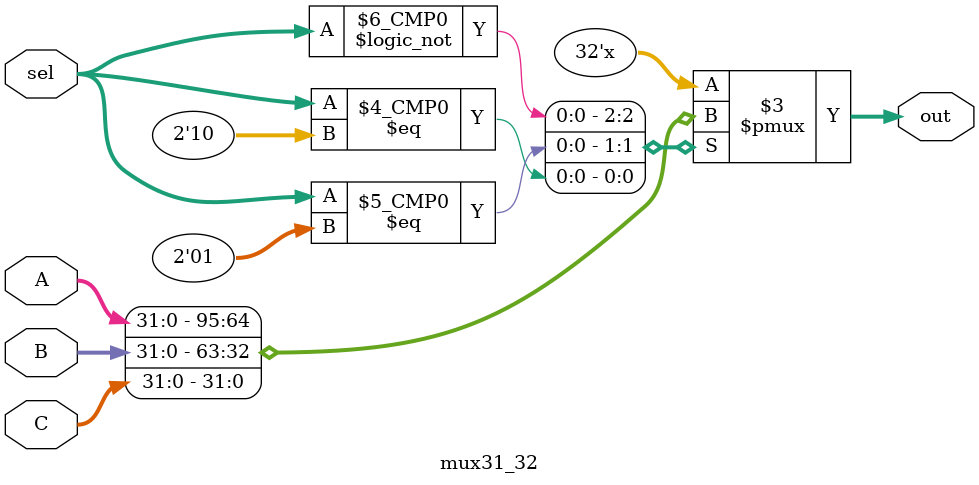
<source format=v>

module mux21_32 (
    input [31:0] A,
    input [31:0] B,
    input sel,

    output reg [31:0] out
);

always @(*) begin
    case (sel)
        1'b0: out = A;
        1'b1: out = B;
    endcase
end
    
endmodule


module mux31_5 (
    input [4:0] A,
    input [4:0] B,
    input [4:0] C,
    input [1:0] sel,

    output reg [4:0] out
);

always @(*) begin
    case (sel)
        2'b00: out = A;
        2'b01: out = B;
        2'b10: out = C;
    endcase
end

endmodule

module mux31_32 (
    input [31:0] A,
    input [31:0] B,
    input [31:0] C,
    input [1:0] sel,

    output reg [31:0] out
);

always @(*) begin
    case (sel)
        2'b00: out = A;
        2'b01: out = B;
        2'b10: out = C;
    endcase
end
    
endmodule

</source>
